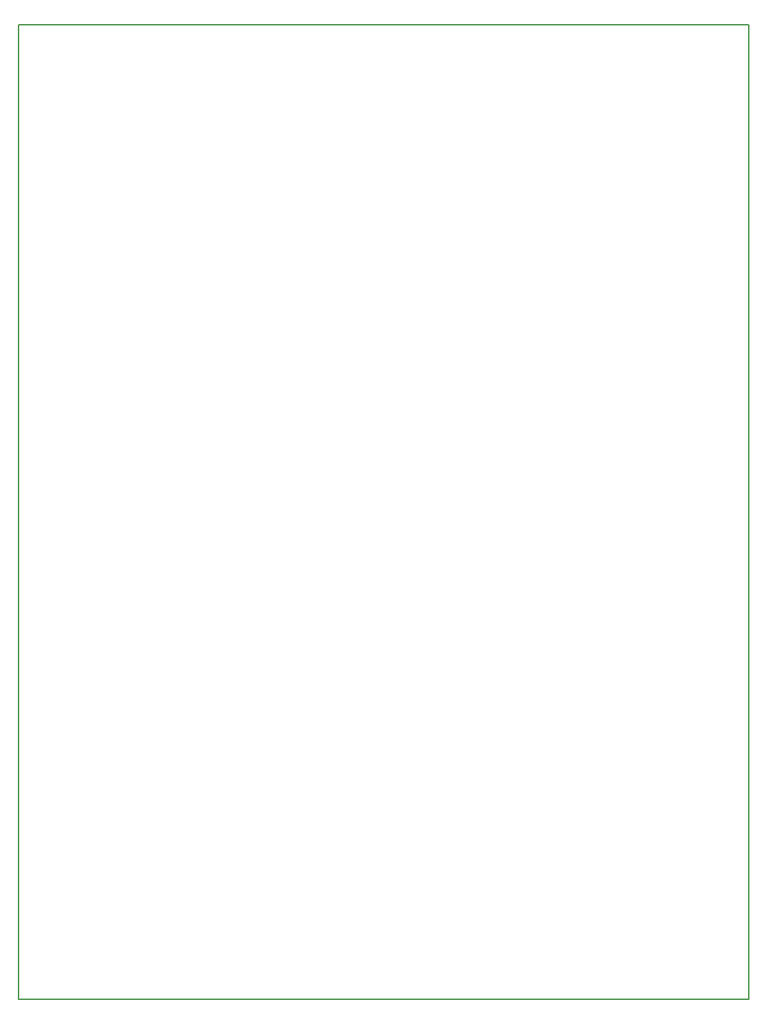
<source format=gbr>
G04 DipTrace Beta 2.3.5.2*
%INBoardOutline.gbr*%
%MOMM*%
%ADD11C,0.14*%
%FSLAX53Y53*%
G04*
G71*
G90*
G75*
G01*
%LNBoardOutline*%
%LPD*%
X0Y0D2*
D11*
Y120000D1*
X90000D1*
Y0D1*
X0D1*
M02*

</source>
